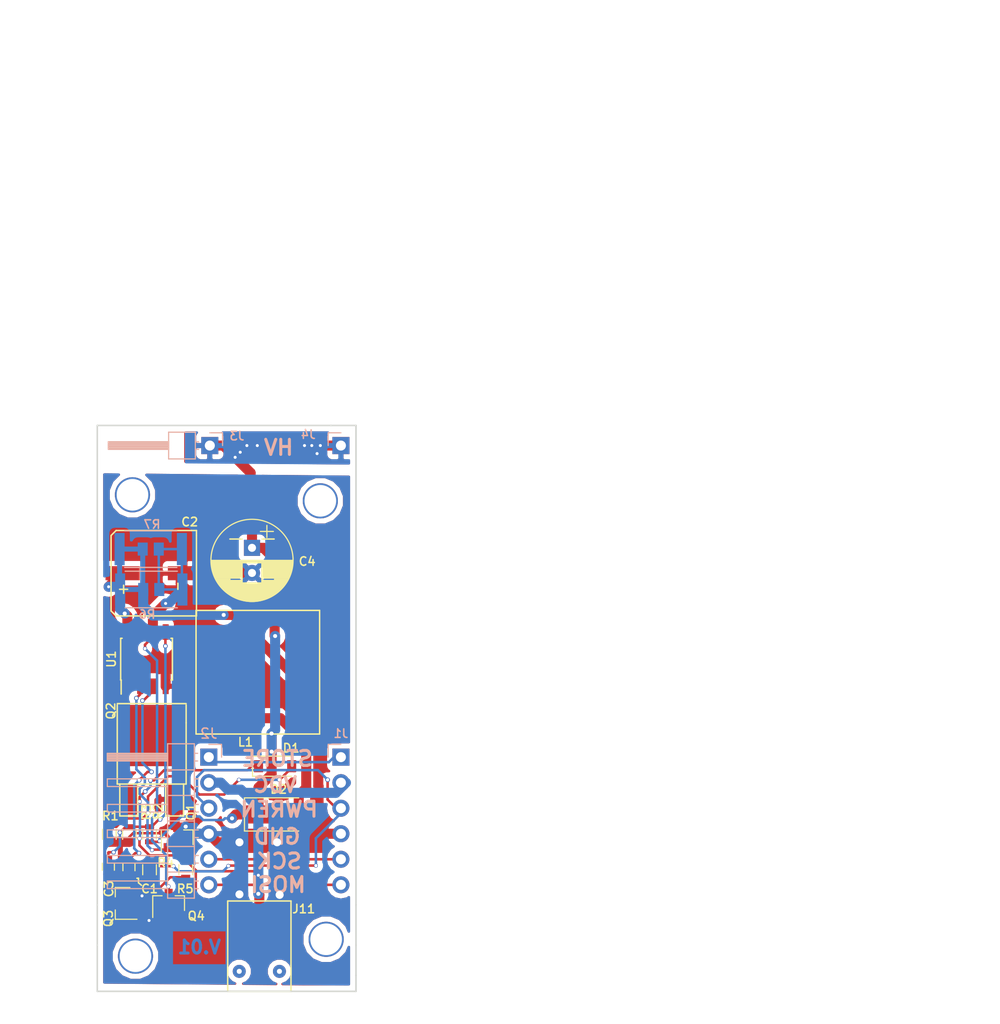
<source format=kicad_pcb>
(kicad_pcb (version 4) (host pcbnew 4.0.7)
  (layers (0 F.Cu signal) (31 B.Cu signal) (34 B.Paste user) (35 F.Paste user) (36 B.SilkS user) (37 F.SilkS user) (38 B.Mask user) (39 F.Mask user) (44 Edge.Cuts user))
  (net 0 "")
  (net 1 "Net-(C1-Pad1)")
  (net 2 GND)
  (net 3 "Net-(C3-Pad1)")
  (net 4 "Net-(C4-Pad1)")
  (net 5 "Net-(D1-Pad2)")
  (net 6 "Net-(D1-Pad1)")
  (net 7 "Net-(D2-Pad2)")
  (net 8 /PWREN)
  (net 9 /SCK)
  (net 10 /MOSi)
  (net 11 "Net-(C2-Pad1)")
  (net 12 "Net-(Q3-Pad1)")
  (net 13 +VDC)
  (net 14 /STORE)
  (net 15 "Net-(Q4-Pad3)")
  (net 16 "Net-(Q3-Pad3)")
  (module TO_SOT_Packages_SMD:TO-252-2Lead (layer F.Cu) (at 171.914 117)
    (fp_text reference Q2 (at -4.064 -8.8 270) (layer F.SilkS) (effects (font (size 0.85 0.85) (thickness 0.153))))
    (fp_text value FQD5N60C)
    (pad 1 smd rect (at -2.286 0) (size 1.651 3.048) (layers F.Cu F.Paste F.Mask) (net 6 "Net-(D1-Pad1)"))
    (pad 2 smd rect (at 0 -6.35) (size 6.096 6.096) (layers F.Cu F.Paste F.Mask) (net 7 "Net-(D2-Pad2)"))
    (pad 3 smd rect (at 2.286 0) (size 1.651 3.048) (layers F.Cu F.Paste F.Mask) (net 2 GND))
  )
  (module nixie-tube-fp:R_2512_0805 (layer B.Cu) (at 171.82 92.1)
    (fp_text reference R7 (at 0.13 -2.45) (layer B.SilkS) (effects (font (size 0.85 0.85) (thickness 0.153)) (justify mirror)))
    (fp_text value R)
    (pad 1 smd rect (at -3.1 0) (size 1 3.2) (layers B.Cu B.Paste B.Mask) (net 11 "Net-(C2-Pad1)"))
    (pad 2 smd rect (at 3.1 0) (size 1 3.2) (layers B.Cu B.Paste B.Mask) (net 15 "Net-(Q4-Pad3)"))
    (pad 1 smd rect (at -0.8 0) (size 1 1.3) (layers B.Cu B.Paste B.Mask) (net 11 "Net-(C2-Pad1)"))
    (pad 2 smd rect (at 0.8 0) (size 1 1.3) (layers B.Cu B.Paste B.Mask) (net 15 "Net-(Q4-Pad3)"))
  )
  (module nixie-tube-fp:R_2512_0805 (layer B.Cu) (at 171.87 96.12)
    (fp_text reference R6 (at -0.42 2.48) (layer B.SilkS) (effects (font (size 0.85 0.85) (thickness 0.153)) (justify mirror)))
    (fp_text value R)
    (pad 1 smd rect (at -3.1 0) (size 1 3.2) (layers B.Cu B.Paste B.Mask) (net 11 "Net-(C2-Pad1)"))
    (pad 2 smd rect (at 3.1 0) (size 1 3.2) (layers B.Cu B.Paste B.Mask) (net 15 "Net-(Q4-Pad3)"))
    (pad 1 smd rect (at -0.8 0) (size 1 1.3) (layers B.Cu B.Paste B.Mask) (net 11 "Net-(C2-Pad1)"))
    (pad 2 smd rect (at 0.8 0) (size 1 1.3) (layers B.Cu B.Paste B.Mask) (net 15 "Net-(Q4-Pad3)"))
  )
  (module nixie-tube-fp:mountingHole (layer F.Cu) (at 189.28 130.92)
    (fp_text reference REF** hide)
    (fp_text value mountingHole)
    (pad 1 thru_hole circle (at 0 0) (size 3.5 3.5) (drill 3.15) (layers *.Cu *.Mask))
  )
  (module nixie-tube-fp:mountingHole (layer F.Cu) (at 170.3 132.6)
    (fp_text reference REF** hide)
    (fp_text value mountingHole)
    (pad 1 thru_hole circle (at 0 0) (size 3.5 3.5) (drill 3.15) (layers *.Cu *.Mask))
  )
  (module nixie-tube-fp:mountingHole (layer F.Cu) (at 188.7 87.3)
    (fp_text reference REF** hide)
    (fp_text value mountingHole)
    (pad 1 thru_hole circle (at 0 0) (size 3.5 3.5) (drill 3.15) (layers *.Cu *.Mask))
  )
  (module nixie-tube-fp:mountingHole (layer F.Cu) (at 170 86.7)
    (fp_text reference REF** hide)
    (fp_text value mountingHole)
    (pad 1 thru_hole circle (at 0 0) (size 3.5 3.5) (drill 3.15) (layers *.Cu *.Mask))
  )
  (module nixie-tube-fp:CP_RADIAL_and_mlcc (layer F.Cu) (at 181.9 93.1 270)
    (fp_text reference C4 (at 0.23 -5.49 360) (layer F.SilkS) (effects (font (size 0.85 0.85) (thickness 0.153))))
    (fp_text value 2.2uF)
    (pad 1 thru_hole rect (at -1.125 0 270) (size 1.6 1.6) (drill 0.8) (layers *.Cu *.Mask) (net 4 "Net-(C4-Pad1)"))
    (pad 2 thru_hole circle (at 1.375 0 270) (size 1.6 1.6) (drill 0.8) (layers *.Cu *.Mask) (net 2 GND))
    (pad 2 smd rect (at 0 2.25 270) (size 3.8 1) (layers F.Cu F.Paste F.Mask) (net 2 GND))
    (pad 1 smd rect (at 0 -2.25 270) (size 3.8 1) (layers F.Cu F.Paste F.Mask) (net 4 "Net-(C4-Pad1)"))
  )
  (module nixie-tube-fp:220uF-35V-smd (layer F.Cu) (at 172.12 94.5 90)
    (fp_text reference C2 (at 5.1 3.58 180) (layer F.SilkS) (effects (font (size 0.85 0.85) (thickness 0.153))))
    (fp_text value 220uF)
    (pad 1 smd rect (at 0 -3.1 90) (size 1.4 3.4) (layers F.Cu F.Paste F.Mask) (net 11 "Net-(C2-Pad1)"))
    (pad 2 smd rect (at 0 3.1 90) (size 1.4 3.4) (layers F.Cu F.Paste F.Mask) (net 2 GND))
  )
  (module nixie-tube-fp:dc005a (layer F.Cu) (at 184.63 134.11 90)
    (fp_text reference J11 (at 6.21 2.42 180) (layer F.SilkS) (effects (font (size 0.85 0.85) (thickness 0.153))))
    (fp_text value dc003a)
    (pad 1 smd rect (at 6 -2 90) (size 1.2 0.5) (layers F.Cu F.Paste F.Mask) (net 13 +VDC))
    (pad 2 smd rect (at 6 0 90) (size 1.2 0.5) (layers F.Cu F.Paste F.Mask) (net 2 GND))
    (pad 3 smd rect (at 6 -4 90) (size 1.2 0.5) (layers F.Cu F.Paste F.Mask) (net 2 GND))
    (pad "" np_thru_hole circle (at 0 -4 90) (size 1.3 1.3) (drill 0.5) (layers *.Cu *.Mask))
    (pad "" np_thru_hole circle (at 0 0 90) (size 1.3 1.3) (drill 0.5) (layers *.Cu *.Mask))
  )
  (module Housings_SOIC:SOIC-8_3.9x4.9mm_Pitch1.27mm (layer F.Cu) (at 171.4 103.05 90)
    (fp_text reference U1 (at 0 -3.5 90) (layer F.SilkS) (effects (font (size 0.85 0.85) (thickness 0.153))))
    (fp_text value MC34063)
    (pad 1 smd rect (at -2.7 -1.905 90) (size 1.55 0.6) (layers F.Cu F.Paste F.Mask) (net 11 "Net-(C2-Pad1)"))
    (pad 2 smd rect (at -2.7 -0.635 90) (size 1.55 0.6) (layers F.Cu F.Paste F.Mask) (net 5 "Net-(D1-Pad2)"))
    (pad 3 smd rect (at -2.7 0.635 90) (size 1.55 0.6) (layers F.Cu F.Paste F.Mask) (net 1 "Net-(C1-Pad1)"))
    (pad 4 smd rect (at -2.7 1.905 90) (size 1.55 0.6) (layers F.Cu F.Paste F.Mask) (net 2 GND))
    (pad 5 smd rect (at 2.7 1.905 90) (size 1.55 0.6) (layers F.Cu F.Paste F.Mask) (net 3 "Net-(C3-Pad1)"))
    (pad 6 smd rect (at 2.7 0.635 90) (size 1.55 0.6) (layers F.Cu F.Paste F.Mask) (net 15 "Net-(Q4-Pad3)"))
    (pad 7 smd rect (at 2.7 -0.635 90) (size 1.55 0.6) (layers F.Cu F.Paste F.Mask) (net 11 "Net-(C2-Pad1)"))
    (pad 8 smd rect (at 2.7 -1.905 90) (size 1.55 0.6) (layers F.Cu F.Paste F.Mask) (net 11 "Net-(C2-Pad1)"))
  )
  (module nixie-tube-fp:0630-10UH (layer F.Cu) (at 182.48 104.35 180)
    (fp_text reference L1 (at 1.23 -6.95 180) (layer F.SilkS) (effects (font (size 0.85 0.85) (thickness 0.153))))
    (fp_text value 220uH)
    (pad 1 smd rect (at -4.98 0 180) (size 2.9 5.4) (layers F.Cu F.Paste F.Mask) (net 11 "Net-(C2-Pad1)"))
    (pad 2 smd rect (at 4.98 0 180) (size 2.9 5.4) (layers F.Cu F.Paste F.Mask) (net 7 "Net-(D2-Pad2)"))
  )
  (module TO_SOT_Packages_SMD:SOT-23 (layer F.Cu) (at 174.45 120.8 90)
    (fp_text reference Q1 (at 2.55 1.4 270) (layer F.SilkS) (effects (font (size 0.85 0.85) (thickness 0.153))))
    (fp_text value "SS8550 ")
    (pad 1 smd rect (at -1 -0.95 90) (size 0.9 0.8) (layers F.Cu F.Paste F.Mask) (net 5 "Net-(D1-Pad2)"))
    (pad 2 smd rect (at -1 0.95 90) (size 0.9 0.8) (layers F.Cu F.Paste F.Mask) (net 6 "Net-(D1-Pad1)"))
    (pad 3 smd rect (at 1 0 90) (size 0.9 0.8) (layers F.Cu F.Paste F.Mask) (net 2 GND))
  )
  (module Diodes_SMD:D_SOD-123 (layer F.Cu) (at 184.2 113.7)
    (fp_text reference D1 (at 1.6 -1.8) (layer F.SilkS) (effects (font (size 0.85 0.85) (thickness 0.153))))
    (fp_text value 1N4148)
    (pad 1 smd rect (at -1.65 0) (size 0.9 1.2) (layers F.Cu F.Paste F.Mask) (net 6 "Net-(D1-Pad1)"))
    (pad 2 smd rect (at 1.65 0) (size 0.9 1.2) (layers F.Cu F.Paste F.Mask) (net 5 "Net-(D1-Pad2)"))
  )
  (module Diodes_SMD:D_SMA (layer F.Cu) (at 184.55 118.5)
    (fp_text reference D2 (at 0 -2.5) (layer F.SilkS) (effects (font (size 0.85 0.85) (thickness 0.153))))
    (fp_text value RS1M)
    (pad 1 smd rect (at -2 0) (size 2.5 1.8) (layers F.Cu F.Paste F.Mask) (net 4 "Net-(C4-Pad1)"))
    (pad 2 smd rect (at 2 0) (size 2.5 1.8) (layers F.Cu F.Paste F.Mask) (net 7 "Net-(D2-Pad2)"))
  )
  (module Pin_Headers:Pin_Header_Angled_1x01_Pitch2.54mm (layer B.Cu) (at 177.7 81.8 180)
    (fp_text reference J3 (at -2.7 0.95 180) (layer B.SilkS) (effects (font (size 0.85 0.85) (thickness 0.153)) (justify mirror)))
    (fp_text value Conn_01x01_Male)
    (pad 1 thru_hole rect (at 0 0 180) (size 1.7 1.7) (drill 1) (layers *.Cu *.Mask) (net 4 "Net-(C4-Pad1)"))
  )
  (module Capacitors_SMD:C_0603 (layer F.Cu) (at 169.65 123.75 270)
    (fp_text reference C1 (at 2.15 -2.05 540) (layer F.SilkS) (effects (font (size 0.85 0.85) (thickness 0.153))))
    (fp_text value 10nF)
    (pad 2 smd rect (at 0.75 0 270) (size 0.8 0.75) (layers F.Cu F.Paste F.Mask) (net 2 GND))
    (pad 1 smd rect (at -0.75 0 270) (size 0.8 0.75) (layers F.Cu F.Paste F.Mask) (net 1 "Net-(C1-Pad1)"))
  )
  (module Capacitors_SMD:C_0603 (layer F.Cu) (at 167.6 123.7 270)
    (fp_text reference C3 (at 2.2 -0.05 450) (layer F.SilkS) (effects (font (size 0.85 0.85) (thickness 0.153))))
    (fp_text value 0.01uF)
    (pad 2 smd rect (at 0.75 0 270) (size 0.8 0.75) (layers F.Cu F.Paste F.Mask) (net 2 GND))
    (pad 1 smd rect (at -0.75 0 270) (size 0.8 0.75) (layers F.Cu F.Paste F.Mask) (net 3 "Net-(C3-Pad1)"))
  )
  (module Resistors_SMD:R_0603 (layer F.Cu) (at 167.7 120.475 270)
    (fp_text reference R1 (at -1.825 -0.1 360) (layer F.SilkS) (effects (font (size 0.85 0.85) (thickness 0.153))))
    (fp_text value 1k0)
    (pad 1 smd rect (at -0.75 0 270) (size 0.5 0.9) (layers F.Cu F.Paste F.Mask) (net 5 "Net-(D1-Pad2)"))
    (pad 2 smd rect (at 0.75 0 270) (size 0.5 0.9) (layers F.Cu F.Paste F.Mask) (net 2 GND))
  )
  (module Resistors_SMD:R_0603 (layer F.Cu) (at 171.7 120.475 90)
    (fp_text reference R2 (at 2.275 0.85 270) (layer F.SilkS) (effects (font (size 0.85 0.85) (thickness 0.153))))
    (fp_text value 470K)
    (pad 1 smd rect (at -0.75 0 90) (size 0.5 0.9) (layers F.Cu F.Paste F.Mask) (net 4 "Net-(C4-Pad1)"))
    (pad 2 smd rect (at 0.75 0 90) (size 0.5 0.9) (layers F.Cu F.Paste F.Mask) (net 3 "Net-(C3-Pad1)"))
  )
  (module Resistors_SMD:R_0603 (layer F.Cu) (at 169.7 120.475 270)
    (fp_text reference R3 (at -2.225 -1.7 450) (layer F.SilkS) (effects (font (size 0.85 0.85) (thickness 0.153))))
    (fp_text value 3K)
    (pad 1 smd rect (at -0.75 0 270) (size 0.5 0.9) (layers F.Cu F.Paste F.Mask) (net 3 "Net-(C3-Pad1)"))
    (pad 2 smd rect (at 0.75 0 270) (size 0.5 0.9) (layers F.Cu F.Paste F.Mask) (net 2 GND))
  )
  (module TO_SOT_Packages_SMD:SOT-23 (layer F.Cu) (at 169.05 127.35 180)
    (fp_text reference Q3 (at 1.45 -1.5 450) (layer F.SilkS) (effects (font (size 0.85 0.85) (thickness 0.153))))
    (fp_text value MMBTA42LT1)
    (pad 1 smd rect (at -1 -0.95 180) (size 0.9 0.8) (layers F.Cu F.Paste F.Mask) (net 12 "Net-(Q3-Pad1)"))
    (pad 2 smd rect (at -1 0.95 180) (size 0.9 0.8) (layers F.Cu F.Paste F.Mask) (net 2 GND))
    (pad 3 smd rect (at 1 0 180) (size 0.9 0.8) (layers F.Cu F.Paste F.Mask) (net 16 "Net-(Q3-Pad3)"))
  )
  (module Resistors_SMD:R_0603 (layer F.Cu) (at 171.7 124 90)
    (fp_text reference R4 (at 0.7 1.6 180) (layer F.SilkS) (effects (font (size 0.85 0.85) (thickness 0.153))))
    (fp_text value R)
    (pad 1 smd rect (at -0.75 0 90) (size 0.5 0.9) (layers F.Cu F.Paste F.Mask) (net 12 "Net-(Q3-Pad1)"))
    (pad 2 smd rect (at 0.75 0 90) (size 0.5 0.9) (layers F.Cu F.Paste F.Mask) (net 8 /PWREN))
  )
  (module Resistors_SMD:R_0603 (layer F.Cu) (at 175.3 124 270)
    (fp_text reference R5 (at 1.9 0.05 360) (layer F.SilkS) (effects (font (size 0.85 0.85) (thickness 0.153))))
    (fp_text value R)
    (pad 1 smd rect (at -0.75 0 270) (size 0.5 0.9) (layers F.Cu F.Paste F.Mask) (net 13 +VDC))
    (pad 2 smd rect (at 0.75 0 270) (size 0.5 0.9) (layers F.Cu F.Paste F.Mask) (net 16 "Net-(Q3-Pad3)"))
  )
  (module nixie-tube-fp:Socket_Strip_Angled_1x06_Pitch2.54mm_without_slikscreen (layer B.Cu) (at 190.75 112.8 180)
    (fp_text reference J1 (at 0 2.35 180) (layer B.SilkS) (effects (font (size 0.85 0.85) (thickness 0.153)) (justify mirror)))
    (fp_text value Conn_01x06_Male)
    (pad 1 thru_hole rect (at 0 0 180) (size 1.7 1.7) (drill 1) (layers *.Cu *.Mask) (net 14 /STORE))
    (pad 2 thru_hole oval (at 0 -2.54 180) (size 1.7 1.7) (drill 1) (layers *.Cu *.Mask) (net 13 +VDC))
    (pad 3 thru_hole oval (at 0 -5.08 180) (size 1.7 1.7) (drill 1) (layers *.Cu *.Mask) (net 8 /PWREN))
    (pad 4 thru_hole oval (at 0 -7.62 180) (size 1.7 1.7) (drill 1) (layers *.Cu *.Mask) (net 2 GND))
    (pad 5 thru_hole oval (at 0 -10.16 180) (size 1.7 1.7) (drill 1) (layers *.Cu *.Mask) (net 9 /SCK))
    (pad 6 thru_hole oval (at 0 -12.7 180) (size 1.7 1.7) (drill 1) (layers *.Cu *.Mask) (net 10 /MOSi))
  )
  (module Pin_Headers:Pin_Header_Angled_1x06_Pitch2.54mm (layer B.Cu) (at 177.6 112.8 180)
    (fp_text reference J2 (at 0 2.35 180) (layer B.SilkS) (effects (justify mirror)))
    (fp_text value Conn_01x06_Female)
    (pad 1 thru_hole rect (at 0 0 180) (size 1.7 1.7) (drill 1) (layers *.Cu *.Mask) (net 14 /STORE))
    (pad 2 thru_hole oval (at 0 -2.54 180) (size 1.7 1.7) (drill 1) (layers *.Cu *.Mask) (net 13 +VDC))
    (pad 3 thru_hole oval (at 0 -5.08 180) (size 1.7 1.7) (drill 1) (layers *.Cu *.Mask) (net 8 /PWREN))
    (pad 4 thru_hole oval (at 0 -7.62 180) (size 1.7 1.7) (drill 1) (layers *.Cu *.Mask) (net 2 GND))
    (pad 5 thru_hole oval (at 0 -10.16 180) (size 1.7 1.7) (drill 1) (layers *.Cu *.Mask) (net 9 /SCK))
    (pad 6 thru_hole oval (at 0 -12.7 180) (size 1.7 1.7) (drill 1) (layers *.Cu *.Mask) (net 10 /MOSi))
  )
  (module nixie-tube-fp:Socket_Strip_Angled_1x01_Pitch2.54mm_without_silkScreen (layer B.Cu) (at 190.75 81.8 180)
    (fp_text reference J4 (at 3.25 1.1 180) (layer B.SilkS) (effects (font (size 0.85 0.85) (thickness 0.153)) (justify mirror)))
    (fp_text value Conn_01x01_Female)
    (pad 1 thru_hole rect (at 0 0 180) (size 1.7 1.7) (drill 1) (layers *.Cu *.Mask) (net 4 "Net-(C4-Pad1)"))
  )
  (module nixie-tube-fp:SOT-23-alt_solder_on2_3 (layer F.Cu) (at 173.6 127.35 90)
    (fp_text reference Q4 (at -1.25 2.75 180) (layer F.SilkS) (effects (font (size 0.85 0.85) (thickness 0.153))))
    (fp_text value AO3407)
    (pad 1 smd rect (at -1 -0.95 90) (size 0.9 0.8) (layers F.Cu F.Paste F.Mask) (net 16 "Net-(Q3-Pad3)"))
    (pad 2 smd rect (at -0.8 0.95 90) (size 1.3 0.8) (layers F.Cu F.Paste F.Mask) (net 13 +VDC))
    (pad 3 smd rect (at 1 0 90) (size 0.9 0.8) (layers F.Cu F.Paste F.Mask) (net 15 "Net-(Q4-Pad3)"))
    (pad 2 smd rect (at 0.4 1.15 90) (size 2.1 0.4) (layers F.Cu F.Paste F.Mask) (net 13 +VDC))
  )
  (gr_text HV (at 184.55 82) (layer B.SilkS) (effects (font (size 1.5 1.5) (thickness 0.3)) (justify mirror)))
  (gr_text STORE (at 184.4 112.95) (layer B.SilkS) (effects (font (size 1.5 1.5) (thickness 0.3)) (justify mirror)))
  (gr_text VDC (at 184.2 115.55) (layer B.SilkS) (effects (font (size 1.5 1.5) (thickness 0.3)) (justify mirror)))
  (gr_text PWREN (at 184.6 118) (layer B.SilkS) (effects (font (size 1.5 1.5) (thickness 0.3)) (justify mirror)))
  (gr_text GND (at 184.4 120.7) (layer B.SilkS) (effects (font (size 1.5 1.5) (thickness 0.3)) (justify mirror)))
  (gr_text SCK (at 184.6 123.15) (layer B.SilkS) (effects (font (size 1.5 1.5) (thickness 0.3)) (justify mirror)))
  (gr_text MOSI (at 184.5 125.5) (layer B.SilkS) (effects (font (size 1.5 1.5) (thickness 0.3)) (justify mirror)))
  (gr_line (start 170.6 124.85) (end 170.45 124.85) (layer F.SilkS) (width 0.153))
  (gr_line (start 170.6 125.3) (end 170.6 124.85) (layer F.SilkS) (width 0.153))
  (gr_line (start 170.6 125.3) (end 170.9 125.55) (layer F.SilkS) (width 0.153))
  (gr_text V.01 (at 176.65 131.7) (layer B.Cu) (effects (font (size 1.3 1.3) (thickness 0.3)) (justify mirror)))
  (gr_line (start 192.25 136.1) (end 166.5 136.1) (layer Edge.Cuts) (width 0.15))
  (gr_line (start 192.25 134.5) (end 192.25 136.1) (layer Edge.Cuts) (width 0.15))
  (gr_line (start 192.25 134.5) (end 192.25 131.5) (layer Edge.Cuts) (width 0.15))
  (gr_line (start 166.5 136.1) (end 166.5 131.5) (layer Edge.Cuts) (width 0.15))
  (gr_line (start 189.75 79.8) (end 192.25 79.8) (layer Edge.Cuts) (width 0.15))
  (gr_line (start 192.25 127.5) (end 192.25 131.5) (layer Edge.Cuts) (width 0.15))
  (gr_line (start 166.5 127.5) (end 166.5 131.5) (layer Edge.Cuts) (width 0.15))
  (gr_line (start 189.75 79.8) (end 166.5 79.8) (layer Edge.Cuts) (width 0.15))
  (gr_line (start 192.25 127.5) (end 192.25 79.8) (layer Edge.Cuts) (width 0.15))
  (gr_line (start 166.5 79.8) (end 166.5 127.5) (layer Edge.Cuts) (width 0.15))
  (segment (start 170.174998 121.874998) (end 170.65 122.35) (width 0.25) (layer B.Cu) (net 1))
  (segment (start 170.174998 115.589627) (end 170.174998 121.874998) (width 0.25) (layer B.Cu) (net 1))
  (segment (start 170.66116 115.103465) (end 170.174998 115.589627) (width 0.25) (layer B.Cu) (net 1))
  (segment (start 169.65 122.975) (end 170.275 122.35) (width 0.25) (layer F.Cu) (net 1))
  (segment (start 169.65 123) (end 169.65 122.975) (width 0.25) (layer F.Cu) (net 1))
  (segment (start 170.275 122.35) (end 170.65 122.35) (width 0.25) (layer F.Cu) (net 1))
  (via (at 170.65 122.35) (size 0.453) (drill 0.3) (layers F.Cu B.Cu) (net 1))
  (segment (start 171.499248 114.265377) (end 170.66116 115.103465) (width 0.25) (layer F.Cu) (net 1))
  (segment (start 171.895441 114.265377) (end 171.499248 114.265377) (width 0.25) (layer F.Cu) (net 1))
  (via (at 170.66116 115.103465) (size 0.453) (drill 0.3) (layers F.Cu B.Cu) (net 1))
  (via (at 171.895441 114.265377) (size 0.453) (drill 0.3) (layers F.Cu B.Cu) (net 1))
  (segment (start 170.995547 113.365483) (end 171.895441 114.265377) (width 0.25) (layer B.Cu) (net 1))
  (segment (start 170.995547 107.175488) (end 170.995547 113.365483) (width 0.25) (layer B.Cu) (net 1))
  (segment (start 172.035 106.225) (end 171.084512 107.175488) (width 0.25) (layer F.Cu) (net 1))
  (segment (start 171.084512 107.175488) (end 170.995547 107.175488) (width 0.25) (layer F.Cu) (net 1))
  (segment (start 172.035 105.75) (end 172.035 106.225) (width 0.25) (layer F.Cu) (net 1))
  (via (at 170.995547 107.175488) (size 0.453) (drill 0.3) (layers F.Cu B.Cu) (net 1))
  (segment (start 180.7 129.3) (end 180.8 129.3) (width 0.25) (layer F.Cu) (net 2))
  (segment (start 180.8 129.3) (end 184.63 129.3) (width 0.25) (layer F.Cu) (net 2))
  (segment (start 180.5 129.3) (end 180.8 129.3) (width 0.25) (layer F.Cu) (net 2))
  (segment (start 180.63 128.11) (end 180.63 129.23) (width 0.25) (layer F.Cu) (net 2))
  (segment (start 180.63 129.23) (end 180.7 129.3) (width 0.25) (layer F.Cu) (net 2))
  (segment (start 184.63 129.3) (end 184.63 128.11) (width 0.25) (layer F.Cu) (net 2))
  (segment (start 171.65 129.05) (end 171.9 129.3) (width 0.25) (layer F.Cu) (net 2))
  (segment (start 171.9 129.3) (end 180.5 129.3) (width 0.25) (layer F.Cu) (net 2))
  (segment (start 170.95 126.6) (end 170.25 126.6) (width 0.25) (layer F.Cu) (net 2))
  (segment (start 170.25 126.6) (end 170.05 126.4) (width 0.25) (layer F.Cu) (net 2))
  (segment (start 170.95 128.067158) (end 170.95 126.6) (width 0.25) (layer B.Cu) (net 2))
  (via (at 170.95 126.6) (size 0.4) (drill 0.3) (layers F.Cu B.Cu) (net 2))
  (segment (start 171.65 129.05) (end 171.65 128.767158) (width 0.25) (layer B.Cu) (net 2))
  (segment (start 171.65 128.767158) (end 170.95 128.067158) (width 0.25) (layer B.Cu) (net 2))
  (via (at 171.65 129.05) (size 0.4) (drill 0.3) (layers F.Cu B.Cu) (net 2))
  (segment (start 180.65 121.269999) (end 184.4 121.269999) (width 1) (layer F.Cu) (net 2))
  (segment (start 184.4 121.269999) (end 188.166001 121.269999) (width 1) (layer F.Cu) (net 2))
  (segment (start 184.65 126.5) (end 184.65 121.519999) (width 1) (layer B.Cu) (net 2))
  (segment (start 184.65 121.519999) (end 184.4 121.269999) (width 1) (layer B.Cu) (net 2))
  (via (at 184.4 121.269999) (size 1) (drill 0.8) (layers F.Cu B.Cu) (net 2))
  (segment (start 184.63 128.11) (end 184.63 126.52) (width 1) (layer F.Cu) (net 2))
  (segment (start 184.63 126.52) (end 184.65 126.5) (width 1) (layer F.Cu) (net 2))
  (via (at 184.65 126.5) (size 1) (drill 0.8) (layers F.Cu B.Cu) (net 2))
  (segment (start 178.449999 121.269999) (end 180.65 121.269999) (width 1) (layer F.Cu) (net 2))
  (segment (start 180.65 126.45) (end 180.65 121.269999) (width 1) (layer B.Cu) (net 2))
  (via (at 180.65 121.269999) (size 1) (drill 0.8) (layers F.Cu B.Cu) (net 2))
  (segment (start 180.63 128.11) (end 180.63 126.47) (width 1) (layer F.Cu) (net 2))
  (segment (start 180.63 126.47) (end 180.65 126.45) (width 1) (layer F.Cu) (net 2))
  (via (at 180.65 126.45) (size 1) (drill 0.8) (layers F.Cu B.Cu) (net 2))
  (segment (start 190.75 120.42) (end 189.016 120.42) (width 1) (layer F.Cu) (net 2))
  (segment (start 189.016 120.42) (end 188.523499 120.912501) (width 1) (layer F.Cu) (net 2))
  (segment (start 179.65 93.1) (end 181.025 94.475) (width 1) (layer F.Cu) (net 2))
  (segment (start 181.025 94.475) (end 181.9 94.475) (width 1) (layer F.Cu) (net 2))
  (segment (start 175.22 94.5) (end 178.25 94.5) (width 1) (layer F.Cu) (net 2))
  (segment (start 178.25 94.5) (end 179.65 93.1) (width 1) (layer F.Cu) (net 2))
  (segment (start 168.1 125.6) (end 169.05 126.55) (width 0.25) (layer F.Cu) (net 2))
  (segment (start 167.6 125.1) (end 168.1 125.6) (width 0.25) (layer F.Cu) (net 2))
  (segment (start 167.6 124.45) (end 167.6 125.1) (width 0.25) (layer F.Cu) (net 2))
  (segment (start 169.05 126.55) (end 169.9 126.55) (width 0.25) (layer F.Cu) (net 2))
  (segment (start 169.9 126.55) (end 170.05 126.4) (width 0.25) (layer F.Cu) (net 2))
  (segment (start 172.866184 120.366186) (end 172.924999 120.425001) (width 0.25) (layer F.Cu) (net 2))
  (segment (start 169.7 120.725) (end 170.058814 120.366186) (width 0.25) (layer F.Cu) (net 2))
  (segment (start 169.7 121.225) (end 169.7 120.725) (width 0.25) (layer F.Cu) (net 2))
  (segment (start 170.058814 120.366186) (end 172.866184 120.366186) (width 0.25) (layer F.Cu) (net 2))
  (segment (start 179.03 100.52) (end 176.16 100.52) (width 1) (layer F.Cu) (net 2))
  (segment (start 180.23 101.72) (end 179.03 100.52) (width 1) (layer F.Cu) (net 2))
  (segment (start 172.924999 120.425001) (end 173.55 119.8) (width 0.5) (layer F.Cu) (net 2))
  (segment (start 173.55 119.8) (end 174.45 119.8) (width 0.5) (layer F.Cu) (net 2))
  (segment (start 168.796504 121.371504) (end 168.65 121.225) (width 0.5) (layer F.Cu) (net 2))
  (segment (start 168.72 124.45) (end 168.796504 124.373496) (width 0.5) (layer F.Cu) (net 2))
  (segment (start 168.796504 124.373496) (end 168.796504 121.371504) (width 0.5) (layer F.Cu) (net 2))
  (segment (start 168.65 121.225) (end 167.7 121.225) (width 0.5) (layer F.Cu) (net 2))
  (segment (start 168.600171 121.216698) (end 168.609975 121.226502) (width 1) (layer F.Cu) (net 2))
  (segment (start 167.7 121.225) (end 167.708302 121.216698) (width 1) (layer F.Cu) (net 2))
  (segment (start 168.609975 121.226502) (end 169.698498 121.226502) (width 1) (layer F.Cu) (net 2))
  (segment (start 167.708302 121.216698) (end 168.600171 121.216698) (width 1) (layer F.Cu) (net 2))
  (segment (start 169.698498 121.226502) (end 169.7 121.225) (width 1) (layer F.Cu) (net 2))
  (segment (start 174.45 119.8) (end 175.209114 119.8) (width 1) (layer F.Cu) (net 2))
  (segment (start 175.209114 119.8) (end 175.297836 119.711278) (width 1) (layer F.Cu) (net 2))
  (via (at 175.297836 119.711278) (size 0.6) (drill 0.4) (layers F.Cu B.Cu) (net 2))
  (segment (start 174.2 117) (end 174.2 119.524) (width 1) (layer F.Cu) (net 2))
  (segment (start 167.6 124.45) (end 168.72 124.45) (width 1) (layer F.Cu) (net 2))
  (segment (start 168.72 124.45) (end 169.6 124.45) (width 1) (layer F.Cu) (net 2))
  (segment (start 169.6 124.45) (end 169.65 124.5) (width 1) (layer F.Cu) (net 2))
  (segment (start 180.63 128.46) (end 180.63 128.11) (width 1) (layer F.Cu) (net 2))
  (segment (start 184.63 128.11) (end 184.63 128.46) (width 1) (layer F.Cu) (net 2))
  (segment (start 174.8 94.5) (end 174.8 95.55) (width 1) (layer F.Cu) (net 2))
  (segment (start 174.8 95.55) (end 176.16 96.91) (width 1) (layer F.Cu) (net 2))
  (segment (start 176.16 96.91) (end 176.16 100.52) (width 1) (layer F.Cu) (net 2))
  (segment (start 176.16 100.52) (end 173.305 103.375) (width 1) (layer F.Cu) (net 2))
  (segment (start 173.305 103.375) (end 173.305 105.75) (width 1) (layer F.Cu) (net 2))
  (segment (start 174.85 94.45) (end 174.8 94.5) (width 1) (layer F.Cu) (net 2))
  (segment (start 174.2 116.952329) (end 174.2 117) (width 1) (layer F.Cu) (net 2))
  (segment (start 180.23 101.73) (end 180.23 101.72) (width 1) (layer F.Cu) (net 2))
  (segment (start 180.67 102.17) (end 180.23 101.73) (width 1) (layer F.Cu) (net 2))
  (segment (start 176.006558 120.42) (end 175.297836 119.711278) (width 1) (layer B.Cu) (net 2))
  (segment (start 180.67 102.970002) (end 180.67 102.17) (width 1) (layer F.Cu) (net 2))
  (segment (start 188.523499 120.912501) (end 188.523499 115.694721) (width 1) (layer F.Cu) (net 2))
  (segment (start 188.498499 110.798501) (end 180.67 102.970002) (width 1) (layer F.Cu) (net 2))
  (segment (start 188.523499 115.694721) (end 188.498499 115.669721) (width 1) (layer F.Cu) (net 2))
  (segment (start 188.166001 121.269999) (end 188.523499 120.912501) (width 1) (layer F.Cu) (net 2))
  (segment (start 177.6 120.42) (end 178.449999 121.269999) (width 1) (layer F.Cu) (net 2))
  (segment (start 188.498499 115.669721) (end 188.498499 110.798501) (width 1) (layer F.Cu) (net 2))
  (segment (start 177.6 120.42) (end 176.006558 120.42) (width 1) (layer B.Cu) (net 2))
  (segment (start 173.28 118.469998) (end 172.749998 119) (width 0.25) (layer B.Cu) (net 3))
  (segment (start 172.625 119) (end 172.749998 119) (width 0.25) (layer F.Cu) (net 3))
  (segment (start 173.28 101.75) (end 173.28 118.469998) (width 0.25) (layer B.Cu) (net 3))
  (segment (start 171.9 119.725) (end 172.625 119) (width 0.25) (layer F.Cu) (net 3))
  (segment (start 171.7 119.725) (end 171.9 119.725) (width 0.25) (layer F.Cu) (net 3))
  (via (at 172.749998 119) (size 0.453) (drill 0.3) (layers F.Cu B.Cu) (net 3))
  (segment (start 173.28 101.75) (end 173.28 100.375) (width 0.25) (layer F.Cu) (net 3))
  (segment (start 173.28 100.375) (end 173.305 100.35) (width 0.25) (layer F.Cu) (net 3))
  (via (at 173.28 101.75) (size 0.453) (drill 0.3) (layers F.Cu B.Cu) (net 3))
  (segment (start 168.75 121.63) (end 168.12 122.26) (width 0.25) (layer B.Cu) (net 3))
  (segment (start 167.64 122.26) (end 168.12 122.26) (width 0.25) (layer F.Cu) (net 3))
  (segment (start 167.6 122.3) (end 167.64 122.26) (width 0.25) (layer F.Cu) (net 3))
  (segment (start 167.6 122.95) (end 167.6 122.3) (width 0.25) (layer F.Cu) (net 3))
  (segment (start 168.75 120.3) (end 168.75 121.63) (width 0.25) (layer B.Cu) (net 3))
  (via (at 168.12 122.26) (size 0.453) (drill 0.3) (layers F.Cu B.Cu) (net 3))
  (segment (start 169.7 119.725) (end 169.325 119.725) (width 0.25) (layer F.Cu) (net 3))
  (segment (start 169.325 119.725) (end 168.75 120.3) (width 0.25) (layer F.Cu) (net 3))
  (via (at 168.75 120.3) (size 0.453) (drill 0.3) (layers F.Cu B.Cu) (net 3))
  (segment (start 169.7 119.725) (end 171.7 119.725) (width 0.25) (layer F.Cu) (net 3))
  (segment (start 167.6 122.95) (end 167.6 122.925) (width 0.25) (layer F.Cu) (net 3))
  (segment (start 173.2 100.455) (end 173.305 100.35) (width 0.25) (layer F.Cu) (net 3))
  (segment (start 184.2 100.75) (end 184.2 110.09) (width 1) (layer B.Cu) (net 4))
  (segment (start 184.2 110.09) (end 183.841464 110.448536) (width 1) (layer B.Cu) (net 4))
  (segment (start 184.15 93.1) (end 184.15 100.7) (width 1) (layer F.Cu) (net 4))
  (segment (start 184.15 100.7) (end 184.2 100.75) (width 1) (layer F.Cu) (net 4))
  (via (at 184.2 100.75) (size 1) (drill 0.4) (layers F.Cu B.Cu) (net 4))
  (segment (start 181.9 91.975) (end 181.9 90.175) (width 1) (layer F.Cu) (net 4))
  (segment (start 181.9 90.175) (end 181.76 90.035) (width 1) (layer F.Cu) (net 4))
  (segment (start 181.76 90.035) (end 181.76 84.51) (width 1) (layer F.Cu) (net 4))
  (segment (start 181.9 91.975) (end 183.025 91.975) (width 1) (layer F.Cu) (net 4))
  (segment (start 183.025 91.975) (end 184.15 93.1) (width 1) (layer F.Cu) (net 4))
  (segment (start 182.55 115.817996) (end 182.55 118.5) (width 1) (layer F.Cu) (net 4))
  (segment (start 183.85 112.25) (end 183.85 114.517996) (width 1) (layer F.Cu) (net 4))
  (segment (start 183.85 114.517996) (end 182.55 115.817996) (width 1) (layer F.Cu) (net 4))
  (segment (start 171.7 121.225) (end 172.625008 121.225) (width 0.25) (layer F.Cu) (net 4))
  (segment (start 174.867166 118.7) (end 172.705983 120.861183) (width 0.25) (layer B.Cu) (net 4))
  (segment (start 179.037893 119.055001) (end 177.035999 119.055001) (width 0.25) (layer B.Cu) (net 4))
  (segment (start 172.625008 121.225) (end 172.705983 121.144025) (width 0.25) (layer F.Cu) (net 4))
  (segment (start 179.91 118.89) (end 179.202894 118.89) (width 0.25) (layer B.Cu) (net 4))
  (segment (start 179.202894 118.89) (end 179.037893 119.055001) (width 0.25) (layer B.Cu) (net 4))
  (segment (start 177.035999 119.055001) (end 176.680998 118.7) (width 0.25) (layer B.Cu) (net 4))
  (segment (start 176.680998 118.7) (end 174.867166 118.7) (width 0.25) (layer B.Cu) (net 4))
  (via (at 172.705983 121.144025) (size 0.4) (drill 0.3) (layers F.Cu B.Cu) (net 4))
  (segment (start 172.705983 120.861183) (end 172.705983 121.144025) (width 0.25) (layer B.Cu) (net 4))
  (segment (start 188.7 81.8) (end 188.7 82.275) (width 0.25) (layer B.Cu) (net 4))
  (segment (start 188.7 82.275) (end 188.375 82.6) (width 0.25) (layer B.Cu) (net 4))
  (via (at 188.375 82.6) (size 0.4) (drill 0.3) (layers F.Cu B.Cu) (net 4))
  (segment (start 182.425 81.8) (end 187.125 81.8) (width 1) (layer F.Cu) (net 4))
  (segment (start 187.85 81.8) (end 187.125 81.8) (width 0.25) (layer F.Cu) (net 4))
  (via (at 187.125 81.8) (size 0.4) (drill 0.3) (layers F.Cu B.Cu) (net 4))
  (segment (start 188.7 81.8) (end 187.85 81.8) (width 0.25) (layer F.Cu) (net 4))
  (via (at 187.85 81.8) (size 0.4) (drill 0.3) (layers F.Cu B.Cu) (net 4))
  (segment (start 188.7 81.8) (end 190.75 81.8) (width 1) (layer F.Cu) (net 4))
  (via (at 188.7 81.8) (size 0.4) (drill 0.3) (layers F.Cu B.Cu) (net 4))
  (segment (start 181.39 81.8) (end 182.425 81.8) (width 0.25) (layer F.Cu) (net 4))
  (via (at 182.425 81.8) (size 0.4) (drill 0.3) (layers F.Cu B.Cu) (net 4))
  (segment (start 180.725 82.465) (end 181.39 81.8) (width 0.25) (layer F.Cu) (net 4))
  (via (at 181.39 81.8) (size 0.4) (drill 0.3) (layers F.Cu B.Cu) (net 4))
  (segment (start 180.22 82.97) (end 180.725 82.465) (width 0.25) (layer F.Cu) (net 4))
  (via (at 180.725 82.465) (size 0.4) (drill 0.3) (layers F.Cu B.Cu) (net 4))
  (segment (start 181.76 84.51) (end 180.22 82.97) (width 1) (layer F.Cu) (net 4))
  (via (at 180.22 82.97) (size 0.4) (drill 0.3) (layers F.Cu B.Cu) (net 4))
  (via (at 179.91 118.89) (size 1) (drill 0.4) (layers F.Cu B.Cu) (net 4))
  (segment (start 182.55 118.5) (end 180.3 118.5) (width 1) (layer F.Cu) (net 4))
  (segment (start 180.3 118.5) (end 179.91 118.89) (width 1) (layer F.Cu) (net 4))
  (segment (start 180.22 82.97) (end 179.05 81.8) (width 1) (layer F.Cu) (net 4))
  (segment (start 179.05 81.8) (end 177.7 81.8) (width 1) (layer F.Cu) (net 4))
  (segment (start 183.85 110.457072) (end 183.841464 110.448536) (width 1) (layer F.Cu) (net 4))
  (segment (start 183.85 112.25) (end 183.85 110.457072) (width 1) (layer F.Cu) (net 4))
  (segment (start 183.85 112.25) (end 183.85 110.457072) (width 1) (layer B.Cu) (net 4))
  (segment (start 183.85 110.457072) (end 183.841464 110.448536) (width 1) (layer B.Cu) (net 4))
  (via (at 183.841464 110.448536) (size 1) (drill 0.4) (layers F.Cu B.Cu) (net 4))
  (via (at 183.85 112.25) (size 1) (drill 0.4) (layers F.Cu B.Cu) (net 4))
  (segment (start 173.5 121.8) (end 173.3 122) (width 0.25) (layer F.Cu) (net 5))
  (segment (start 173.3 122) (end 172 122) (width 0.25) (layer F.Cu) (net 5))
  (segment (start 172 122) (end 171.95 122.05) (width 0.25) (layer F.Cu) (net 5))
  (segment (start 171.498487 121.598487) (end 171.95 122.05) (width 0.25) (layer B.Cu) (net 5))
  (segment (start 171.54849 118.37) (end 171.498487 118.420003) (width 0.25) (layer B.Cu) (net 5))
  (segment (start 171.498487 118.420003) (end 171.498487 121.598487) (width 0.25) (layer B.Cu) (net 5))
  (via (at 171.95 122.05) (size 0.4) (drill 0.3) (layers F.Cu B.Cu) (net 5))
  (segment (start 185.85 113.7) (end 185.85 113.85) (width 0.25) (layer F.Cu) (net 5))
  (segment (start 184.65 115.05) (end 184.600002 115.05) (width 0.25) (layer F.Cu) (net 5))
  (via (at 184.600002 115.05) (size 0.4) (drill 0.3) (layers F.Cu B.Cu) (net 5))
  (segment (start 180.6 115.05) (end 184.600002 115.05) (width 0.25) (layer B.Cu) (net 5))
  (segment (start 185.85 113.85) (end 184.65 115.05) (width 0.25) (layer F.Cu) (net 5))
  (segment (start 180.6 115.05) (end 179.134999 116.515001) (width 0.25) (layer F.Cu) (net 5))
  (segment (start 179.134999 116.515001) (end 176.649503 116.515001) (width 0.25) (layer F.Cu) (net 5))
  (segment (start 176.649503 116.515001) (end 174.834502 114.7) (width 0.25) (layer F.Cu) (net 5))
  (segment (start 174.834502 114.7) (end 173.565498 114.7) (width 0.25) (layer F.Cu) (net 5))
  (segment (start 173.565498 114.7) (end 171.54849 116.717008) (width 0.25) (layer F.Cu) (net 5))
  (segment (start 171.54849 116.717008) (end 171.54849 118.37) (width 0.25) (layer F.Cu) (net 5))
  (segment (start 170.714915 116.460081) (end 171.54849 117.293656) (width 0.25) (layer B.Cu) (net 5))
  (segment (start 171.54849 117.293656) (end 171.54849 118.37) (width 0.25) (layer B.Cu) (net 5))
  (segment (start 170.714915 115.954407) (end 170.714915 116.460081) (width 0.25) (layer B.Cu) (net 5))
  (segment (start 171.233769 114.856864) (end 171.233769 115.435553) (width 0.25) (layer B.Cu) (net 5))
  (segment (start 171.233769 115.435553) (end 170.714915 115.954407) (width 0.25) (layer B.Cu) (net 5))
  (segment (start 170.390509 114.013604) (end 171.233769 114.856864) (width 0.25) (layer B.Cu) (net 5))
  (segment (start 170.390509 106.929849) (end 170.390509 114.013604) (width 0.25) (layer B.Cu) (net 5))
  (via (at 180.6 115.05) (size 0.4) (drill 0.3) (layers F.Cu B.Cu) (net 5))
  (segment (start 171.023389 118.895101) (end 171.54849 118.37) (width 0.25) (layer F.Cu) (net 5))
  (segment (start 167.7 119.725) (end 168.4 119.725) (width 0.25) (layer F.Cu) (net 5))
  (segment (start 169.229899 118.895101) (end 171.023389 118.895101) (width 0.25) (layer F.Cu) (net 5))
  (segment (start 168.4 119.725) (end 169.229899 118.895101) (width 0.25) (layer F.Cu) (net 5))
  (via (at 171.54849 118.37) (size 0.453) (drill 0.3) (layers F.Cu B.Cu) (net 5))
  (segment (start 170.765 106.555358) (end 170.390509 106.929849) (width 0.25) (layer F.Cu) (net 5))
  (segment (start 170.765 105.75) (end 170.765 106.555358) (width 0.25) (layer F.Cu) (net 5))
  (via (at 170.390509 106.929849) (size 0.453) (drill 0.3) (layers F.Cu B.Cu) (net 5))
  (segment (start 185.846992 113.703008) (end 185.846992 113.951991) (width 0.25) (layer F.Cu) (net 5))
  (segment (start 185.846992 113.951991) (end 186.073491 114.17849) (width 0.25) (layer F.Cu) (net 5))
  (segment (start 185.85 113.7) (end 185.846992 113.703008) (width 0.25) (layer F.Cu) (net 5))
  (segment (start 170.720219 117.216038) (end 170.75 117.245819) (width 0.25) (layer B.Cu) (net 6))
  (segment (start 170.75 120.85) (end 170.7 120.9) (width 0.25) (layer B.Cu) (net 6))
  (segment (start 170.75 117.245819) (end 170.75 120.85) (width 0.25) (layer B.Cu) (net 6))
  (segment (start 171.697999 122.575001) (end 170.7 121.577002) (width 0.25) (layer F.Cu) (net 6))
  (segment (start 175.4 121.8) (end 175.4 121.85) (width 0.25) (layer F.Cu) (net 6))
  (segment (start 170.7 121.577002) (end 170.7 120.9) (width 0.25) (layer F.Cu) (net 6))
  (segment (start 174.674999 122.575001) (end 171.697999 122.575001) (width 0.25) (layer F.Cu) (net 6))
  (via (at 170.7 120.9) (size 0.4) (drill 0.3) (layers F.Cu B.Cu) (net 6))
  (segment (start 175.4 121.85) (end 174.674999 122.575001) (width 0.25) (layer F.Cu) (net 6))
  (segment (start 170.720219 116.765325) (end 171.266416 116.219128) (width 0.25) (layer F.Cu) (net 6))
  (via (at 171.266416 116.219128) (size 0.453) (drill 0.3) (layers F.Cu B.Cu) (net 6))
  (segment (start 170.720219 117.216038) (end 170.720219 116.765325) (width 0.25) (layer F.Cu) (net 6))
  (segment (start 171.796095 115.689449) (end 171.266416 116.219128) (width 0.25) (layer B.Cu) (net 6))
  (segment (start 171.796095 115.117853) (end 171.796095 115.689449) (width 0.25) (layer B.Cu) (net 6))
  (segment (start 170.720219 117.016719) (end 170.720219 117.216038) (width 0.25) (layer F.Cu) (net 6))
  (segment (start 170.7035 117) (end 170.720219 117.016719) (width 0.25) (layer F.Cu) (net 6))
  (segment (start 169.628 117) (end 170.7035 117) (width 0.25) (layer F.Cu) (net 6))
  (via (at 170.720219 117.216038) (size 0.4) (drill 0.3) (layers F.Cu B.Cu) (net 6))
  (segment (start 175.5 121.8) (end 175.59 121.71) (width 0.25) (layer F.Cu) (net 6))
  (segment (start 175.49849 121.80151) (end 175.203826 121.80151) (width 0.25) (layer F.Cu) (net 6))
  (segment (start 175.203826 121.80151) (end 175.203008 121.802328) (width 0.25) (layer F.Cu) (net 6))
  (segment (start 175.5 121.8) (end 175.49849 121.80151) (width 0.25) (layer F.Cu) (net 6))
  (segment (start 173.145698 114.1) (end 172.127845 115.117853) (width 0.25) (layer F.Cu) (net 6))
  (segment (start 172.127845 115.117853) (end 171.796095 115.117853) (width 0.25) (layer F.Cu) (net 6))
  (via (at 171.796095 115.117853) (size 0.453) (drill 0.3) (layers F.Cu B.Cu) (net 6))
  (segment (start 181.45 114.1) (end 173.145698 114.1) (width 0.25) (layer F.Cu) (net 6))
  (segment (start 182.55 113.7) (end 181.85 113.7) (width 0.25) (layer F.Cu) (net 6))
  (segment (start 181.85 113.7) (end 181.45 114.1) (width 0.25) (layer F.Cu) (net 6))
  (segment (start 184.724999 108.924999) (end 175.875001 108.924999) (width 1) (layer F.Cu) (net 7))
  (segment (start 187.298488 111.498488) (end 184.724999 108.924999) (width 1) (layer F.Cu) (net 7))
  (segment (start 186.55 116.6) (end 187.298488 115.851512) (width 1) (layer F.Cu) (net 7))
  (segment (start 186.55 118.5) (end 186.55 116.6) (width 1) (layer F.Cu) (net 7))
  (segment (start 187.298488 115.851512) (end 187.298488 111.498488) (width 1) (layer F.Cu) (net 7))
  (segment (start 173.639001 108.924999) (end 171.914 110.65) (width 1) (layer F.Cu) (net 7))
  (segment (start 177.5 107.3) (end 175.875001 108.924999) (width 1) (layer F.Cu) (net 7))
  (segment (start 175.875001 108.924999) (end 173.639001 108.924999) (width 1) (layer F.Cu) (net 7))
  (segment (start 177.5 104.35) (end 177.5 107.3) (width 1) (layer F.Cu) (net 7))
  (segment (start 188.465 114.09) (end 189.425 115.05) (width 0.25) (layer B.Cu) (net 8))
  (segment (start 177.110998 114.09) (end 188.465 114.09) (width 0.25) (layer B.Cu) (net 8))
  (segment (start 176.424999 114.775999) (end 177.110998 114.09) (width 0.25) (layer B.Cu) (net 8))
  (segment (start 176.424999 116.704999) (end 176.424999 114.775999) (width 0.25) (layer B.Cu) (net 8))
  (segment (start 177.6 117.88) (end 176.424999 116.704999) (width 0.25) (layer B.Cu) (net 8))
  (segment (start 188.26 123.59) (end 179.58499 123.59) (width 0.25) (layer F.Cu) (net 8))
  (segment (start 179.014991 124.159999) (end 179.55 123.62499) (width 0.25) (layer B.Cu) (net 8))
  (segment (start 179.58499 123.59) (end 179.55 123.62499) (width 0.25) (layer F.Cu) (net 8))
  (segment (start 174.588396 124.159999) (end 179.014991 124.159999) (width 0.25) (layer B.Cu) (net 8))
  (via (at 179.55 123.62499) (size 0.4) (drill 0.3) (layers F.Cu B.Cu) (net 8))
  (segment (start 189.425 115.05) (end 189.425 117.025) (width 0.25) (layer F.Cu) (net 8))
  (segment (start 189.425 117.025) (end 190.28 117.88) (width 0.25) (layer F.Cu) (net 8))
  (segment (start 190.28 117.88) (end 190.75 117.88) (width 0.25) (layer F.Cu) (net 8))
  (via (at 189.425 115.05) (size 0.453) (drill 0.3) (layers F.Cu B.Cu) (net 8))
  (segment (start 188.26 120.87) (end 188.26 123.59) (width 0.25) (layer B.Cu) (net 8))
  (segment (start 191.25 117.88) (end 188.26 120.87) (width 0.25) (layer B.Cu) (net 8))
  (via (at 188.26 123.59) (size 0.4) (drill 0.3) (layers F.Cu B.Cu) (net 8))
  (segment (start 174.07501 123.646613) (end 174.588396 124.159999) (width 0.25) (layer B.Cu) (net 8))
  (segment (start 172.196613 123.646613) (end 174.07501 123.646613) (width 0.25) (layer F.Cu) (net 8))
  (segment (start 171.8 123.25) (end 172.196613 123.646613) (width 0.25) (layer F.Cu) (net 8))
  (via (at 174.07501 123.646613) (size 0.4) (drill 0.3) (layers F.Cu B.Cu) (net 8))
  (segment (start 191.25 122.96) (end 177.6 122.96) (width 0.25) (layer F.Cu) (net 9))
  (segment (start 177.39 122.95) (end 177.4 122.96) (width 0.25) (layer F.Cu) (net 9))
  (segment (start 177.7 125.5) (end 191.25 125.5) (width 0.25) (layer F.Cu) (net 10))
  (segment (start 168.5 95.85) (end 167.625 95.85) (width 1) (layer B.Cu) (net 11))
  (segment (start 168.77 96.12) (end 168.5 95.85) (width 1) (layer B.Cu) (net 11))
  (segment (start 168.6 94.875) (end 167.625 95.85) (width 1) (layer F.Cu) (net 11))
  (segment (start 168.6 94.5) (end 168.6 94.875) (width 1) (layer F.Cu) (net 11))
  (via (at 167.625 95.85) (size 0.4) (drill 0.3) (layers F.Cu B.Cu) (net 11))
  (segment (start 169.495 100.35) (end 169.495 105.75) (width 0.25) (layer F.Cu) (net 11))
  (segment (start 168.77 96.12) (end 168.77 98.05) (width 1) (layer B.Cu) (net 11))
  (segment (start 168.77 98.05) (end 169.23 98.51) (width 1) (layer B.Cu) (net 11))
  (segment (start 169.495 100.35) (end 169.495 98.775) (width 1) (layer F.Cu) (net 11))
  (segment (start 169.495 98.775) (end 169.23 98.51) (width 1) (layer F.Cu) (net 11))
  (segment (start 170.765 100.35) (end 169.495 100.35) (width 0.5) (layer F.Cu) (net 11))
  (segment (start 179.08 98.65) (end 180.06 98.65) (width 1) (layer F.Cu) (net 11))
  (segment (start 180.06 98.65) (end 185.76 104.35) (width 1) (layer F.Cu) (net 11))
  (segment (start 185.76 104.35) (end 187.46 104.35) (width 1) (layer F.Cu) (net 11))
  (segment (start 171.07 96.12) (end 171.07 97.77) (width 1) (layer B.Cu) (net 11))
  (segment (start 171.07 97.77) (end 172.01001 98.71001) (width 1) (layer B.Cu) (net 11))
  (segment (start 172.01001 98.71001) (end 174.07706 98.71001) (width 1) (layer B.Cu) (net 11))
  (segment (start 174.07706 98.71001) (end 174.13707 98.65) (width 1) (layer B.Cu) (net 11))
  (segment (start 174.13707 98.65) (end 179.08 98.65) (width 1) (layer B.Cu) (net 11))
  (segment (start 168.74 96.15) (end 168.77 96.12) (width 0.5) (layer B.Cu) (net 11))
  (via (at 179.08 98.65) (size 0.6) (drill 0.4) (layers F.Cu B.Cu) (net 11))
  (via (at 169.23 98.51) (size 0.6) (drill 0.4) (layers F.Cu B.Cu) (net 11))
  (segment (start 171.02 92.1) (end 171.02 96.07) (width 0.5) (layer B.Cu) (net 11))
  (segment (start 171.02 96.07) (end 171.07 96.12) (width 0.5) (layer B.Cu) (net 11))
  (segment (start 168.72 92.1) (end 168.72 96.07) (width 0.5) (layer B.Cu) (net 11))
  (segment (start 168.72 96.07) (end 168.77 96.12) (width 0.5) (layer B.Cu) (net 11))
  (segment (start 171.07 96.12) (end 168.77 96.12) (width 0.5) (layer B.Cu) (net 11))
  (segment (start 171.02 92.1) (end 168.72 92.1) (width 0.5) (layer B.Cu) (net 11))
  (segment (start 168.6 94.5) (end 169.6 94.5) (width 0.5) (layer F.Cu) (net 11))
  (segment (start 169.55 105.805) (end 169.495 105.75) (width 0.5) (layer F.Cu) (net 11))
  (segment (start 171.8 126.6) (end 171.8 124.95) (width 0.25) (layer F.Cu) (net 12))
  (segment (start 170.1 128.3) (end 171.8 126.6) (width 0.25) (layer F.Cu) (net 12))
  (segment (start 171.8 124.95) (end 171.8 124.75) (width 0.25) (layer F.Cu) (net 12))
  (segment (start 170.05 128.3) (end 170.1 128.3) (width 0.25) (layer F.Cu) (net 12))
  (segment (start 180.78 116.035134) (end 181.09797 116.353104) (width 1) (layer B.Cu) (net 13))
  (segment (start 181.09797 116.353104) (end 190.236896 116.353104) (width 1) (layer B.Cu) (net 13))
  (segment (start 190.236896 116.353104) (end 191.25 115.34) (width 1) (layer B.Cu) (net 13))
  (segment (start 182.13 124.15) (end 182.53 124.55) (width 0.25) (layer F.Cu) (net 13))
  (segment (start 176.4 124.15) (end 182.13 124.15) (width 0.25) (layer F.Cu) (net 13))
  (segment (start 182.53 126.4) (end 182.53 124.55) (width 1) (layer B.Cu) (net 13))
  (segment (start 182.53 124.55) (end 182.53 117.785134) (width 1) (layer B.Cu) (net 13))
  (via (at 182.53 124.55) (size 0.4) (drill 0.3) (layers F.Cu B.Cu) (net 13))
  (segment (start 182.53 117.785134) (end 180.78 116.035134) (width 1) (layer B.Cu) (net 13))
  (segment (start 179.497215 116.035134) (end 180.78 116.035134) (width 1) (layer B.Cu) (net 13))
  (segment (start 178.802081 115.34) (end 179.497215 116.035134) (width 1) (layer B.Cu) (net 13))
  (segment (start 177.6 115.34) (end 178.802081 115.34) (width 1) (layer B.Cu) (net 13))
  (segment (start 176.3 124.25) (end 176.4 124.15) (width 0.25) (layer F.Cu) (net 13))
  (segment (start 174.55 127.8) (end 174.55 128.35) (width 0.25) (layer F.Cu) (net 13))
  (segment (start 175.3 123.25) (end 175.5 123.25) (width 0.25) (layer F.Cu) (net 13))
  (segment (start 175.5 123.25) (end 176.3 124.05) (width 0.25) (layer F.Cu) (net 13))
  (segment (start 176.3 124.05) (end 176.3 124.25) (width 0.25) (layer F.Cu) (net 13))
  (segment (start 174.55 128.35) (end 175.2 128.35) (width 0.25) (layer F.Cu) (net 13))
  (segment (start 175.2 128.35) (end 176.3 127.25) (width 0.25) (layer F.Cu) (net 13))
  (segment (start 176.3 127.25) (end 176.3 124.25) (width 0.25) (layer F.Cu) (net 13))
  (segment (start 175.3 123.25) (end 175.1 123.25) (width 0.25) (layer F.Cu) (net 13))
  (segment (start 182.63 128.11) (end 182.63 126.5) (width 1) (layer F.Cu) (net 13))
  (segment (start 182.63 126.5) (end 182.53 126.4) (width 1) (layer F.Cu) (net 13))
  (via (at 182.53 126.4) (size 1) (drill 0.4) (layers F.Cu B.Cu) (net 13))
  (segment (start 174.55 128.35) (end 174.55 128.4) (width 0.25) (layer F.Cu) (net 13))
  (segment (start 178.193427 113.293427) (end 189.554492 113.293427) (width 0.25) (layer B.Cu) (net 14))
  (segment (start 177.7 112.8) (end 178.193427 113.293427) (width 0.25) (layer B.Cu) (net 14))
  (segment (start 190.047919 112.8) (end 191.25 112.8) (width 0.25) (layer B.Cu) (net 14))
  (segment (start 189.554492 113.293427) (end 190.047919 112.8) (width 0.25) (layer B.Cu) (net 14))
  (segment (start 173.358329 125.431296) (end 173.592254 125.665221) (width 0.25) (layer B.Cu) (net 15))
  (segment (start 172.446951 103.196951) (end 172.446951 118.386825) (width 0.25) (layer B.Cu) (net 15))
  (segment (start 173.358329 122.538849) (end 173.358329 125.431296) (width 0.25) (layer B.Cu) (net 15))
  (segment (start 171.948498 118.885278) (end 171.948498 121.129018) (width 0.25) (layer B.Cu) (net 15))
  (segment (start 172.446951 118.386825) (end 171.948498 118.885278) (width 0.25) (layer B.Cu) (net 15))
  (segment (start 171.25 102) (end 172.446951 103.196951) (width 0.25) (layer B.Cu) (net 15))
  (segment (start 171.948498 121.129018) (end 173.358329 122.538849) (width 0.25) (layer B.Cu) (net 15))
  (segment (start 173.592254 125.948063) (end 173.592254 125.665221) (width 0.25) (layer F.Cu) (net 15))
  (segment (start 173.592254 126.342254) (end 173.592254 125.948063) (width 0.25) (layer F.Cu) (net 15))
  (segment (start 173.6 126.35) (end 173.592254 126.342254) (width 0.25) (layer F.Cu) (net 15))
  (via (at 173.592254 125.665221) (size 0.4) (drill 0.3) (layers F.Cu B.Cu) (net 15))
  (segment (start 172.035 100.825) (end 171.25 101.61) (width 0.25) (layer F.Cu) (net 15))
  (segment (start 172.035 100.35) (end 172.035 100.825) (width 0.25) (layer F.Cu) (net 15))
  (segment (start 171.25 101.61) (end 171.25 102) (width 0.25) (layer F.Cu) (net 15))
  (via (at 171.25 102) (size 0.4) (drill 0.3) (layers F.Cu B.Cu) (net 15))
  (segment (start 173.3 97.51) (end 173.58 97.51) (width 1) (layer B.Cu) (net 15))
  (segment (start 173.58 97.51) (end 174.97 96.12) (width 1) (layer B.Cu) (net 15))
  (segment (start 172.035 100.35) (end 172.035 98.775) (width 1) (layer F.Cu) (net 15))
  (segment (start 172.035 98.775) (end 173.3 97.51) (width 1) (layer F.Cu) (net 15))
  (segment (start 172.03 100.355) (end 172.035 100.35) (width 1) (layer F.Cu) (net 15))
  (via (at 173.3 97.51) (size 0.453) (drill 0.3) (layers F.Cu B.Cu) (net 15))
  (segment (start 172.62 92.1) (end 172.62 96.07) (width 0.25) (layer B.Cu) (net 15))
  (segment (start 172.62 96.07) (end 172.67 96.12) (width 0.25) (layer B.Cu) (net 15))
  (segment (start 174.92 92.1) (end 174.92 96.07) (width 0.25) (layer B.Cu) (net 15))
  (segment (start 174.92 96.07) (end 174.97 96.12) (width 0.25) (layer B.Cu) (net 15))
  (segment (start 172.62 92.1) (end 174.92 92.1) (width 0.25) (layer B.Cu) (net 15))
  (segment (start 172.67 96.12) (end 174.97 96.12) (width 0.25) (layer B.Cu) (net 15))
  (segment (start 172 128.35) (end 172.65 128.35) (width 0.25) (layer F.Cu) (net 16))
  (segment (start 171.572996 128.35) (end 172 128.35) (width 0.25) (layer F.Cu) (net 16))
  (segment (start 169.075001 129.025001) (end 170.897995 129.025001) (width 0.25) (layer F.Cu) (net 16))
  (segment (start 168.05 128) (end 169.075001 129.025001) (width 0.25) (layer F.Cu) (net 16))
  (segment (start 168.05 127.35) (end 168.05 128) (width 0.25) (layer F.Cu) (net 16))
  (segment (start 170.897995 129.025001) (end 171.572996 128.35) (width 0.25) (layer F.Cu) (net 16))
  (segment (start 175.3 124.75) (end 173.764998 124.75) (width 0.25) (layer F.Cu) (net 16))
  (segment (start 172.65 125.864998) (end 172.65 128.35) (width 0.25) (layer F.Cu) (net 16))
  (segment (start 173.764998 124.75) (end 172.65 125.864998) (width 0.25) (layer F.Cu) (net 16))
  (segment (start 172.65 128.3) (end 172.65 128.35) (width 0.25) (layer F.Cu) (net 16))
  (zone (net 2) (net_name GND) (layer F.Cu) (connect_pads (clearance 0.508)) (min_thickness 0.254) (fill yes (arc_segments 16) (thermal_gap 0.508) (thermal_bridge_width 0.508))
    (polygon (pts (xy 166.7 84.55) (xy 192.6 84.8) (xy 192.72 135.57) (xy 166.53 135.33)))
  )
  (zone (net 2) (net_name GND) (layer B.Cu) (connect_pads (clearance 0.508)) (min_thickness 0.254) (fill yes (arc_segments 16) (thermal_gap 0.508) (thermal_bridge_width 0.508))
    (polygon (pts (xy 166.65 84.55) (xy 192.65 84.8) (xy 192.8 135.53) (xy 166.53 135.33) (xy 166.25 89) (xy 166.25 89)))
  )
  (zone (net 4) (net_name "Net-(C4-Pad1)") (layer F.Cu) (connect_pads (clearance 0.508)) (min_thickness 0.254) (fill yes (arc_segments 16) (thermal_gap 0.508) (thermal_bridge_width 0.508))
    (polygon (pts (xy 175.15 79.925) (xy 175.15 83.525) (xy 192.8 83.7) (xy 192.8 80.03)))
  )
  (zone (net 4) (net_name "Net-(C4-Pad1)") (layer B.Cu) (connect_pads (clearance 0.508)) (min_thickness 0.254) (fill yes (arc_segments 16) (thermal_gap 0.508) (thermal_bridge_width 0.508))
    (polygon (pts (xy 175.225 79.975) (xy 175.225 83.575) (xy 192.8 83.7) (xy 192.8 80.03)))
  )
)
</source>
